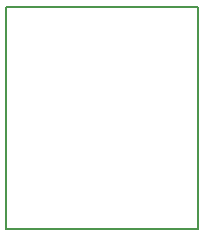
<source format=gbr>
G04 #@! TF.FileFunction,Profile,NP*
%FSLAX46Y46*%
G04 Gerber Fmt 4.6, Leading zero omitted, Abs format (unit mm)*
G04 Created by KiCad (PCBNEW 4.0.1-stable) date 2016/02/12 10:29:42*
%MOMM*%
G01*
G04 APERTURE LIST*
%ADD10C,0.100000*%
%ADD11C,0.150000*%
G04 APERTURE END LIST*
D10*
D11*
X140462000Y-118618000D02*
X140462000Y-99822000D01*
X156718000Y-118618000D02*
X140462000Y-118618000D01*
X156718000Y-99822000D02*
X156718000Y-118618000D01*
X140462000Y-99822000D02*
X156718000Y-99822000D01*
M02*

</source>
